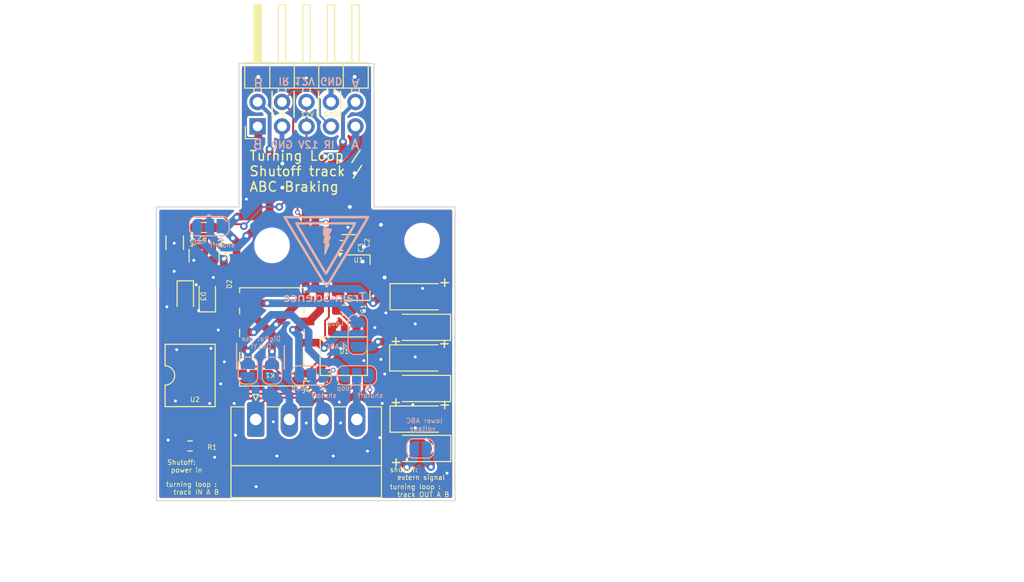
<source format=kicad_pcb>
(kicad_pcb (version 20240108) (generator "pcbnew") (generator_version "8.0")
  (layers (0 "F.Cu" signal) (31 "B.Cu" signal) (34 "B.Paste" user) (35 "F.Paste" user) (36 "B.SilkS" user "B.Silkscreen") (37 "F.SilkS" user "F.Silkscreen") (38 "B.Mask" user) (39 "F.Mask" user) (44 "Edge.Cuts" user))
  (net 0 "")
  (net 1 "VCC")
  (net 2 "GND")
  (net 3 "+12V")
  (net 4 "/DCC_A_OUT")
  (net 5 "/DCC_B_OUT")
  (net 6 "/DCC_B_IN")
  (net 7 "/DCC_A_IN")
  (net 8 "Net-(D2-A)")
  (net 9 "/pow_1")
  (net 10 "Net-(Q2-B)")
  (net 11 "Net-(D3-K)")
  (net 12 "/pow_2")
  (net 13 "/sensor")
  (net 14 "Net-(J4-Pin_4)")
  (net 15 "Net-(J4-Pin_3)")
  (net 16 "/extern_1")
  (net 17 "/extern_2")
  (net 18 "/DCC_B_RELAY")
  (net 19 "Net-(D4-K)")
  (net 20 "Net-(D5-K)")
  (net 21 "/ABC/NEG")
  (net 22 "Net-(D7-K)")
  (net 23 "Net-(D8-K)")
  (net 24 "Net-(JP6-C)")
  (net 25 "Net-(R1-Pad2)")
  (footprint "custom_kicad_lib_sk:S2MF_DIODE" (layer "F.Cu") (at 153.797 55.855 180)
    (property "Reference" "D7" (hide yes))
    (property "Value" "S2MF")
    (fp_text user "+" (at 1.8 -0.95 180) (layer "F.SilkS") (effects (justify left bottom)))
    (pad "1" smd roundrect (at -2.25 0 180) (size 1.6 1.8) (layers "F.Cu" "F.Paste" "F.Mask") (roundrect_rratio 0.1785714286) (net 22 "Net-(D7-K)"))
    (pad "2" smd roundrect (at 2.15 0 180) (size 1.6 1.8) (layers "F.Cu" "F.Paste" "F.Mask") (roundrect_rratio 0.1785714286) (net 20 "Net-(D5-K)"))
  )
  (footprint "Connector_PinHeader_2.54mm:PinHeader_2x05_P2.54mm_Horizontal" (layer "F.Cu") (at 136.925 28.65 90)
    (property "Reference" "J2" (hide yes))
    (property "Value" "Conn_02x05_Odd_Even")
    (pad "1" thru_hole rect (at 0 0 90) (size 1.7 1.7) (drill 1) (layers "*.Cu" "*.Mask") (net 6 "/DCC_B_IN"))
    (pad "2" thru_hole oval (at 2.54 0 90) (size 1.7 1.7) (drill 1) (layers "*.Cu" "*.Mask") (net 5 "/DCC_B_OUT"))
    (pad "3" thru_hole oval (at 0 2.54 90) (size 1.7 1.7) (drill 1) (layers "*.Cu" "*.Mask") (net 2 "GND"))
    (pad "4" thru_hole oval (at 2.54 2.54 90) (size 1.7 1.7) (drill 1) (layers "*.Cu" "*.Mask") (net 13 "/sensor"))
    (pad "5" thru_hole oval (at 0 5.08 90) (size 1.7 1.7) (drill 1) (layers "*.Cu" "*.Mask") (net 3 "+12V"))
    (pad "6" thru_hole oval (at 2.54 5.08 90) (size 1.7 1.7) (drill 1) (layers "*.Cu" "*.Mask") (net 3 "+12V"))
    (pad "7" thru_hole oval (at 0 7.62 90) (size 1.7 1.7) (drill 1) (layers "*.Cu" "*.Mask") (net 13 "/sensor"))
    (pad "8" thru_hole oval (at 2.54 7.62 90) (size 1.7 1.7) (drill 1) (layers "*.Cu" "*.Mask") (net 2 "GND"))
    (pad "9" thru_hole oval (at 0 10.16 90) (size 1.7 1.7) (drill 1) (layers "*.Cu" "*.Mask") (net 7 "/DCC_A_IN"))
    (pad "10" thru_hole oval (at 2.54 10.16 90) (size 1.7 1.7) (drill 1) (layers "*.Cu" "*.Mask") (net 4 "/DCC_A_OUT"))
  )
  (footprint "custom_kicad_lib_sk:S2MF_DIODE" (layer "F.Cu") (at 153.833 46.33)
    (property "Reference" "D6" (hide yes))
    (property "Value" "S2MF")
    (fp_text user "+" (at 1.8 -0.95 0) (layer "F.SilkS") (effects (justify left bottom)))
    (pad "1" smd roundrect (at -2.25 0) (size 1.6 1.8) (layers "F.Cu" "F.Paste" "F.Mask") (roundrect_rratio 0.1785714286) (net 7 "/DCC_A_IN"))
    (pad "2" smd roundrect (at 2.15 0) (size 1.6 1.8) (layers "F.Cu" "F.Paste" "F.Mask") (roundrect_rratio 0.1785714286) (net 21 "/ABC/NEG"))
  )
  (footprint "custom_kicad_lib_sk:MB10s" (layer "F.Cu") (at 145.923 52.5)
    (property "Reference" "D1" (at 0 -0.5 0) (layer "F.SilkS") (effects (font (size 0.5 0.5) (thickness 0.075))))
    (property "Value" "MB10S")
    (fp_text user "~" (at 0.3 3.2 0) (layer "F.SilkS") (effects (font (size 0.5 0.5) (thickness 0.075)) (justify left bottom)))
    (fp_text user "+" (at 0.2 -2.5 0) (layer "F.SilkS") (effects (font (size 0.5 0.5) (thickness 0.075)) (justify left bottom)))
    (fp_text user "-" (at -0.9 -2.5 0) (layer "F.SilkS") (effects (font (size 0.5 0.5) (thickness 0.075)) (justify left bottom)))
    (fp_text user "~" (at -0.8 3.2 0) (layer "F.SilkS") (effects (font (size 0.5 0.5) (thickness 0.075)) (justify left bottom)))
    (pad "1" smd roundrect (at 1.275 -2.7715 270) (size 1.343 0.85) (layers "F.Cu" "F.Paste" "F.Mask") (net 1 "VCC"))
    (pad "2" smd roundrect (at -1.27 -2.7715 270) (size 1.343 0.84) (layers "F.Cu" "F.Paste" "F.Mask") (net 2 "GND"))
    (pad "3" smd roundrect (at -1.27 2.8215 270) (size 1.443 0.84) (layers "F.Cu" "F.Paste" "F.Mask") (net 9 "/pow_1"))
    (pad "4" smd roundrect (at 1.27 2.8215 270) (size 1.443 0.84) (layers "F.Cu" "F.Paste" "F.Mask") (net 12 "/pow_2"))
  )
  (footprint "Resistor_SMD:R_0603_1608Metric" (layer "F.Cu") (at 129.921 61.824 180)
    (property "Reference" "R1" (at -2.286 -0.127 0) (layer "F.SilkS") (effects (font (size 0.5 0.5) (thickness 0.075))))
    (property "Value" "390R")
    (pad "1" smd roundrect (at -0.825 0 180) (size 0.8 0.95) (layers "F.Cu" "F.Paste" "F.Mask") (net 17 "/extern_2"))
    (pad "2" smd roundrect (at 0.825 0 180) (size 0.8 0.95) (layers "F.Cu" "F.Paste" "F.Mask") (net 25 "Net-(R1-Pad2)"))
  )
  (footprint "Diode_SMD:D_SOD-323" (layer "F.Cu") (at 131.707 46.29 90)
    (property "Reference" "D2" (at 1.27 2.286 90) (layer "F.SilkS") (effects (font (size 0.5 0.5) (thickness 0.075))))
    (property "Value" "1N4148WS")
    (pad "1" smd roundrect (at -1.05 0 90) (size 0.6 0.45) (layers "F.Cu" "F.Paste" "F.Mask") (net 3 "+12V"))
    (pad "2" smd roundrect (at 1.05 0 90) (size 0.6 0.45) (layers "F.Cu" "F.Paste" "F.Mask") (net 8 "Net-(D2-A)"))
  )
  (footprint "custom_kicad_lib_sk:S2MF_DIODE" (layer "F.Cu") (at 153.824 62.078 180)
    (property "Reference" "D9" (hide yes))
    (property "Value" "S2MF")
    (fp_text user "+" (at 1.8 -0.95 180) (layer "F.SilkS") (effects (justify left bottom)))
    (pad "1" smd roundrect (at -2.25 0 180) (size 1.6 1.8) (layers "F.Cu" "F.Paste" "F.Mask") (roundrect_rratio 0.1785714286) (net 21 "/ABC/NEG"))
    (pad "2" smd roundrect (at 2.15 0 180) (size 1.6 1.8) (layers "F.Cu" "F.Paste" "F.Mask") (roundrect_rratio 0.1785714286) (net 23 "Net-(D8-K)"))
  )
  (footprint "custom_kicad_lib_sk:R_0603_smalltext" (layer "F.Cu") (at 131.3475 39.1415 180)
    (property "Reference" "R2" (at 0.15 -1.125 180) (layer "F.SilkS") (effects (font (size 0.5 0.5) (thickness 0.075))))
    (property "Value" "4k7")
    (pad "1" smd roundrect (at -0.9125 0 180) (size 0.975 0.95) (layers "F.Cu" "F.Paste" "F.Mask") (net 10 "Net-(Q2-B)"))
    (pad "2" smd roundrect (at 0.9125 0 180) (size 0.975 0.95) (layers "F.Cu" "F.Paste" "F.Mask") (net 11 "Net-(D3-K)"))
  )
  (footprint "Capacitor_SMD:C_1206_3216Metric" (layer "F.Cu") (at 146.3865 38.966)
    (property "Reference" "C2" (at 1.905 1.778 90) (layer "F.SilkS") (effects (font (size 0.5 0.5) (thickness 0.075))))
    (property "Value" "22uF")
    (pad "1" smd roundrect (at -1.475 0) (size 1.15 1.8) (layers "F.Cu" "F.Paste" "F.Mask") (roundrect_rratio 0.217391) (net 3 "+12V"))
    (pad "2" smd roundrect (at 1.475 0) (size 1.15 1.8) (layers "F.Cu" "F.Paste" "F.Mask") (roundrect_rratio 0.217391) (net 2 "GND"))
  )
  (footprint "Capacitor_SMD:C_1206_3216Metric" (layer "F.Cu") (at 128.323 40.7145 -90)
    (property "Reference" "C4" (at 0 -1.85 -90) (layer "F.SilkS") (effects (font (size 0.5 0.5) (thickness 0.075))))
    (property "Value" "22uF")
    (pad "1" smd roundrect (at -1.475 0 270) (size 1.15 1.8) (layers "F.Cu" "F.Paste" "F.Mask") (roundrect_rratio 0.217391) (net 11 "Net-(D3-K)"))
    (pad "2" smd roundrect (at 1.475 0 270) (size 1.15 1.8) (layers "F.Cu" "F.Paste" "F.Mask") (roundrect_rratio 0.217391) (net 2 "GND"))
  )
  (footprint "Relay_SMD:Relay_DPDT_Omron_G6K-2F-Y" (layer "F.Cu") (at 138.421 50.5 180)
    (property "Reference" "K1" (at 0.198 -3.988 180) (layer "F.SilkS") (effects (font (size 0.5 0.5) (thickness 0.075))))
    (property "Value" "G6K-2F-Y-TR DC5")
    (pad "1" smd rect (at -3.5 -3.8 180) (size 1.8 0.8) (layers "F.Cu" "F.Paste" "F.Mask") (net 3 "+12V"))
    (pad "2" smd rect (at -3.5 -0.6 180) (size 1.8 0.8) (layers "F.Cu" "F.Paste" "F.Mask") (net 24 "Net-(JP6-C)"))
    (pad "3" smd rect (at -3.5 1.6 180) (size 1.8 0.8) (layers "F.Cu" "F.Paste" "F.Mask") (net 4 "/DCC_A_OUT"))
    (pad "4" smd rect (at -3.5 3.8 180) (size 1.8 0.8) (layers "F.Cu" "F.Paste" "F.Mask") (net 7 "/DCC_A_IN"))
    (pad "5" smd rect (at 3.5 3.8 180) (size 1.8 0.8) (layers "F.Cu" "F.Paste" "F.Mask") (net 6 "/DCC_B_IN"))
    (pad "6" smd rect (at 3.5 1.6 180) (size 1.8 0.8) (layers "F.Cu" "F.Paste" "F.Mask") (net 18 "/DCC_B_RELAY"))
    (pad "7" smd rect (at 3.5 -0.6 180) (size 1.8 0.8) (layers "F.Cu" "F.Paste" "F.Mask") (net 7 "/DCC_A_IN"))
    (pad "8" smd rect (at 3.5 -3.8 180) (size 1.8 0.8) (layers "F.Cu" "F.Paste" "F.Mask") (net 8 "Net-(D2-A)"))
  )
  (footprint "custom_kicad_lib_sk:S2MF_DIODE" (layer "F.Cu") (at 153.833 59.03)
    (property "Reference" "D8" (hide yes))
    (property "Value" "S2MF")
    (fp_text user "+" (at 1.8 -0.95 0) (layer "F.SilkS") (effects (justify left bottom)))
    (pad "1" smd roundrect (at -2.25 0) (size 1.6 1.8) (layers "F.Cu" "F.Paste" "F.Mask") (roundrect_rratio 0.1785714286) (net 23 "Net-(D8-K)"))
    (pad "2" smd roundrect (at 2.15 0) (size 1.6 1.8) (layers "F.Cu" "F.Paste" "F.Mask") (roundrect_rratio 0.1785714286) (net 22 "Net-(D7-K)"))
  )
  (footprint "custom_kicad_lib_sk:S2MF_DIODE" (layer "F.Cu") (at 153.797 49.505 180)
    (property "Reference" "D4" (hide yes))
    (property "Value" "S2MF")
    (fp_text user "+" (at 1.8 -0.95 180) (layer "F.SilkS") (effects (justify left bottom)))
    (pad "1" smd roundrect (at -2.25 0 180) (size 1.6 1.8) (layers "F.Cu" "F.Paste" "F.Mask") (roundrect_rratio 0.1785714286) (net 19 "Net-(D4-K)"))
    (pad "2" smd roundrect (at 2.15 0 180) (size 1.6 1.8) (layers "F.Cu" "F.Paste" "F.Mask") (roundrect_rratio 0.1785714286) (net 7 "/DCC_A_IN"))
  )
  (footprint "Package_TO_SOT_SMD:SOT-23" (layer "F.Cu") (at 131.371 42.0625 -90)
    (property "Reference" "Q2" (at 0 -2.4 -90) (layer "F.SilkS") (effects (font (size 0.5 0.5) (thickness 0.075))))
    (property "Value" "NPN_TOR")
    (pad "1" smd roundrect (at -0.9375 -0.95 270) (size 1.475 0.6) (layers "F.Cu" "F.Paste" "F.Mask") (net 10 "Net-(Q2-B)"))
    (pad "2" smd roundrect (at -0.9375 0.95 270) (size 1.475 0.6) (layers "F.Cu" "F.Paste" "F.Mask") (net 2 "GND"))
    (pad "3" smd roundrect (at 0.9375 0 270) (size 1.475 0.6) (layers "F.Cu" "F.Paste" "F.Mask") (net 8 "Net-(D2-A)"))
  )
  (footprint "Capacitor_SMD:C_0603_1608Metric" (layer "F.Cu") (at 145.6245 40.998 180)
    (property "Reference" "C3" (at -2.032 -0.254 90) (layer "F.SilkS") (effects (font (size 0.5 0.5) (thickness 0.075))))
    (property "Value" "100nF")
    (pad "1" smd roundrect (at -0.775 0 180) (size 0.9 0.95) (layers "F.Cu" "F.Paste" "F.Mask") (net 2 "GND"))
    (pad "2" smd roundrect (at 0.775 0 180) (size 0.9 0.95) (layers "F.Cu" "F.Paste" "F.Mask") (net 3 "+12V"))
  )
  (footprint "MountingHole:MountingHole_3.2mm_M3" (layer "F.Cu") (at 138.421 41)
    (property "Reference" "REF**" (hide yes))
    (property "Value" "MountingHole_3.2mm_M3")
    (pad "" np_thru_hole circle (at 0 0) (size 3.2 3.2) (drill 3.2) (layers "F&B.Cu" "*.Mask"))
  )
  (footprint "Diode_SMD:D_SOD-323" (layer "F.Cu") (at 129.421 46.29 -90)
    (property "Reference" "D3" (at 0 -1.85 -90) (layer "F.SilkS") (effects (font (size 0.5 0.5) (thickness 0.075))))
    (property "Value" "1N4148WS")
    (pad "1" smd roundrect (at -1.05 0 270) (size 0.6 0.45) (layers "F.Cu" "F.Paste" "F.Mask") (net 11 "Net-(D3-K)"))
    (pad "2" smd roundrect (at 1.05 0 270) (size 0.6 0.45) (layers "F.Cu" "F.Paste" "F.Mask") (net 13 "/sensor"))
  )
  (footprint "Connector_Phoenix_MC:PhoenixContact_MC_1,5_4-G-3.5_1x04_P3.50mm_Horizontal" (layer "F.Cu") (at 136.726 59.0675)
    (property "Reference" "J4" (at 5.25 -3 0) (layer "F.SilkS") (effects (font (size 0.5 0.5) (thickness 0.075))))
    (property "Value" "Screw_Terminal_01x04")
    (pad "1" thru_hole roundrect (at 0 0) (size 1.8 3.6) (drill 1.2) (layers "*.Cu" "*.Mask") (roundrect_rratio 0.138889) (net 9 "/pow_1"))
    (pad "2" thru_hole oval (at 3.5 0) (size 1.8 3.6) (drill 1.2) (layers "*.Cu" "*.Mask") (net 12 "/pow_2"))
    (pad "3" thru_hole oval (at 7 0) (size 1.8 3.6) (drill 1.2) (layers "*.Cu" "*.Mask") (net 15 "Net-(J4-Pin_3)"))
    (pad "4" thru_hole oval (at 10.5 0) (size 1.8 3.6) (drill 1.2) (layers "*.Cu" "*.Mask") (net 14 "Net-(J4-Pin_4)"))
  )
  (footprint "MountingHole:MountingHole_3.2mm_M3" (layer "F.Cu") (at 154 40.5)
    (property "Reference" "REF**" (hide yes))
    (property "Value" "MountingHole_3.2mm_M3")
    (pad "" np_thru_hole circle (at 0 0) (size 3.2 3.2) (drill 3.2) (layers "F&B.Cu" "*.Mask"))
  )
  (footprint "Package_DIP:SMDIP-4_W9.53mm" (layer "F.Cu") (at 129.921 54.5 90)
    (property "Reference" "U2" (at -2.5 0.5 0) (layer "F.SilkS") (effects (font (size 0.5 0.5) (thickness 0.075))))
    (property "Value" "EL814")
    (pad "1" smd rect (at -4.765 -1.27 90) (size 2 1.78) (layers "F.Cu" "F.Paste" "F.Mask") (net 16 "/extern_1"))
    (pad "2" smd rect (at -4.765 1.27 90) (size 2 1.78) (layers "F.Cu" "F.Paste" "F.Mask") (net 25 "Net-(R1-Pad2)"))
    (pad "3" smd rect (at 4.765 1.27 90) (size 2 1.78) (layers "F.Cu" "F.Paste" "F.Mask") (net 2 "GND"))
    (pad "4" smd rect (at 4.765 -1.27 90) (size 2 1.78) (layers "F.Cu" "F.Paste" "F.Mask") (net 8 "Net-(D2-A)"))
  )
  (footprint "custom_kicad_lib_sk:S2MF_DIODE" (layer "F.Cu") (at 153.797 52.68)
    (property "Reference" "D5" (hide yes))
    (property "Value" "S2MF")
    (fp_text user "+" (at 1.8 -0.95 0) (layer "F.SilkS") (effects (justify left bottom)))
    (pad "1" smd roundrect (at -2.25 0) (size 1.6 1.8) (layers "F.Cu" "F.Paste" "F.Mask") (roundrect_rratio 0.1785714286) (net 20 "Net-(D5-K)"))
    (pad "2" smd roundrect (at 2.15 0) (size 1.6 1.8) (layers "F.Cu" "F.Paste" "F.Mask") (roundrect_rratio 0.1785714286) (net 19 "Net-(D4-K)"))
  )
  (footprint "Package_TO_SOT_SMD:SOT-89-3" (layer "F.Cu") (at 147.238 44.346)
    (property "Reference" "U1" (at 0.1645 -1.824 0) (layer "F.SilkS") (effects (font (size 0.5 0.5) (thickness 0.075))))
    (property "Value" "L78L12_SOT89")
    (pad "1" smd roundrect (at -1.95 -1.5) (size 1.3 0.9) (layers "F.Cu" "F.Paste" "F.Mask") (net 3 "+12V"))
    (pad "2" smd custom (at -1.8625 0) (size 1.475 0.9) (layers "F.Cu" "F.Paste" "F.Mask") (net 2 "GND") (options (clearance outline) (anchor rect)) (primitives (gr_poly (pts (xy 3.8625 0.8665) (xy 0.7375 0.8665) (xy 0.7375 -0.8665) (xy 3.8625 -0.8665)) (width 0) (fill yes))))
    (pad "3" smd roundrect (at -1.95 1.5) (size 1.3 0.9) (layers "F.Cu" "F.Paste" "F.Mask") (net 1 "VCC"))
  )
  (footprint "Capacitor_SMD:C_0603_1608Metric" (layer "F.Cu") (at 145.8785 47.729 180)
    (property "Reference" "C1" (at -2.032 0.127 90) (layer "F.SilkS") (effects (font (size 0.5 0.5) (thickness 0.075))))
    (property "Value" "100nF")
    (pad "1" smd roundrect (at -0.775 0 180) (size 0.9 0.95) (layers "F.Cu" "F.Paste" "F.Mask") (net 2 "GND"))
    (pad "2" smd roundrect (at 0.775 0 180) (size 0.9 0.95) (layers "F.Cu" "F.Paste" "F.Mask") (net 1 "VCC"))
  )
  (footprint "Jumper:SolderJumper-2_P1.3mm_Open_RoundedPad1.0x1.5mm" (layer "B.Cu") (at 135.921 54 90)
    (property "Reference" "JP3" (hide yes))
    (property "Value" "SolderJumper_2_Open")
    (pad "1" smd custom (at -0.65 0 90) (size 1 0.5) (layers "B.Cu" "B.Mask") (net 9 "/pow_1") (options (clearance outline) (anchor rect)) (primitives (gr_circle (center 0 -0.25) (end 0.5 -0.25) (width 0) (fill yes)) (gr_circle (center 0 0.25) (end 0.5 0.25) (width 0) (fill yes)) (gr_poly (pts (xy 0.5 -0.75) (xy 0 -0.75) (xy 0 0.75) (xy 0.5 0.75)) (width 0) (fill yes))))
    (pad "2" smd custom (at 0.65 0 90) (size 1 0.5) (layers "B.Cu" "B.Mask") (net 7 "/DCC_A_IN") (options (clearance outline) (anchor rect)) (primitives (gr_circle (center 0 -0.25) (end 0.5 -0.25) (width 0) (fill yes)) (gr_circle (center 0 0.25) (end 0.5 0.25) (width 0) (fill yes)) (gr_poly (pts (xy 0 -0.75) (xy -0.5 -0.75) (xy -0.5 0.75) (xy 0 0.75)) (width 0) (fill yes))))
  )
  (footprint "Jumper:SolderJumper-2_P1.3mm_Open_RoundedPad1.0x1.5mm" (layer "B.Cu") (at 153.833 62.078 180)
    (property "Reference" "JP7" (hide yes))
    (property "Value" "SolderJumper_2_Open")
    (pad "1" smd custom (at -0.65 0 180) (size 1 0.5) (layers "B.Cu" "B.Mask") (net 21 "/ABC/NEG") (options (clearance outline) (anchor rect)) (primitives (gr_circle (center 0 -0.25) (end 0.5 -0.25) (width 0) (fill yes)) (gr_circle (center 0 0.25) (end 0.5 0.25) (width 0) (fill yes)) (gr_poly (pts (xy 0.5 -0.75) (xy 0 -0.75) (xy 0 0.75) (xy 0.5 0.75)) (width 0) (fill yes))))
    (pad "2" smd custom (at 0.65 0 180) (size 1 0.5) (layers "B.Cu" "B.Mask") (net 23 "Net-(D8-K)") (options (clearance outline) (anchor rect)) (primitives (gr_circle (center 0 -0.25) (end 0.5 -0.25) (width 0) (fill yes)) (gr_circle (center 0 0.25) (end 0.5 0.25) (width 0) (fill yes)) (gr_poly (pts (xy 0 -0.75) (xy -0.5 -0.75) (xy -0.5 0.75) (xy 0 0.75)) (width 0) (fill yes))))
  )
  (footprint "Jumper:SolderJumper-3_P1.3mm_Open_RoundedPad1.0x1.5mm" (layer "B.Cu") (at 147.221 54.5 180)
    (property "Reference" "JP5" (hide yes))
    (property "Value" "SolderJumper_3_Open")
    (pad "1" smd custom (at -1.3 0 180) (size 1 0.5) (layers "B.Cu" "B.Mask") (net 17 "/extern_2") (options (clearance outline) (anchor rect)) (primitives (gr_circle (center 0 -0.25) (end 0.5 -0.25) (width 0) (fill yes)) (gr_circle (center 0 0.25) (end 0.5 0.25) (width 0) (fill yes)) (gr_poly (pts (xy 0.55 -0.75) (xy 0 -0.75) (xy 0 0.75) (xy 0.55 0.75)) (width 0) (fill yes))))
    (pad "2" smd rect (at 0 0 180) (size 1 1.5) (layers "B.Cu" "B.Mask") (net 14 "Net-(J4-Pin_4)"))
    (pad "3" smd custom (at 1.3 0 180) (size 1 0.5) (layers "B.Cu" "B.Mask") (net 18 "/DCC_B_RELAY") (options (clearance outline) (anchor rect)) (primitives (gr_circle (center 0 -0.25) (end 0.5 -0.25) (width 0) (fill yes)) (gr_circle (center 0 0.25) (end 0.5 0.25) (width 0) (fill yes)) (gr_poly (pts (xy 0 -0.75) (xy -0.55 -0.75) (xy -0.55 0.75) (xy 0 0.75)) (width 0) (fill yes))))
  )
  (footprint "Jumper:SolderJumper-3_P1.3mm_Open_RoundedPad1.0x1.5mm" (layer "B.Cu") (at 147.32 50.267 90)
    (property "Reference" "JP6" (hide yes))
    (property "Value" "SolderJumper_3_Open")
    (pad "1" smd custom (at -1.3 0 90) (size 1 0.5) (layers "B.Cu" "B.Mask") (net 21 "/ABC/NEG") (options (clearance outline) (anchor rect)) (primitives (gr_circle (center 0 -0.25) (end 0.5 -0.25) (width 0) (fill yes)) (gr_circle (center 0 0.25) (end 0.5 0.25) (width 0) (fill yes)) (gr_poly (pts (xy 0.55 -0.75) (xy 0 -0.75) (xy 0 0.75) (xy 0.55 0.75)) (width 0) (fill yes))))
    (pad "2" smd rect (at 0 0 90) (size 1 1.5) (layers "B.Cu" "B.Mask") (net 24 "Net-(JP6-C)"))
    (pad "3" smd custom (at 1.3 0 90) (size 1 0.5) (layers "B.Cu" "B.Mask") (net 6 "/DCC_B_IN") (options (clearance outline) (anchor rect)) (primitives (gr_circle (center 0 -0.25) (end 0.5 -0.25) (width 0) (fill yes)) (gr_circle (center 0 0.25) (end 0.5 0.25) (width 0) (fill yes)) (gr_poly (pts (xy 0 -0.75) (xy -0.55 -0.75) (xy -0.55 0.75) (xy 0 0.75)) (width 0) (fill yes))))
  )
  (footprint "Jumper:SolderJumper-3_P1.3mm_Open_RoundedPad1.0x1.5mm" (layer "B.Cu") (at 142.522 54.5 180)
    (property "Reference" "JP4" (hide yes))
    (property "Value" "SolderJumper_3_Open")
    (pad "1" smd custom (at -1.3 0 180) (size 1 0.5) (layers "B.Cu" "B.Mask") (net 16 "/extern_1") (options (clearance outline) (anchor rect)) (primitives (gr_circle (center 0 -0.25) (end 0.5 -0.25) (width 0) (fill yes)) (gr_circle (center 0 0.25) (end 0.5 0.25) (width 0) (fill yes)) (gr_poly (pts (xy 0.55 -0.75) (xy 0 -0.75) (xy 0 0.75) (xy 0.55 0.75)) (width 0) (fill yes))))
    (pad "2" smd rect (at 0 0 180) (size 1 1.5) (layers "B.Cu" "B.Mask") (net 15 "Net-(J4-Pin_3)"))
    (pad "3" smd custom (at 1.3 0 180) (size 1 0.5) (layers "B.Cu" "B.Mask") (net 4 "/DCC_A_OUT") (options (clearance outline) (anchor rect)) (primitives (gr_circle (center 0 -0.25) (end 0.5 -0.25) (width 0) (fill yes)) (gr_circle (center 0 0.25) (end 0.5 0.25) (width 0) (fill yes)) (gr_poly (pts (xy 0 -0.75) (xy -0.55 -0.75) (xy -0.55 0.75) (xy 0 0.75)) (width 0) (fill yes))))
  )
  (footprint "Jumper:SolderJumper-3_P1.3mm_Open_RoundedPad1.0x1.5mm" (layer "B.Cu") (at 131.921 39 180)
    (property "Reference" "JP1" (hide yes))
    (property "Value" "SolderJumper_3_Open")
    (pad "1" smd custom (at -1.3 0 180) (size 1 0.5) (layers "B.Cu" "B.Mask") (net 6 "/DCC_B_IN") (options (clearance outline) (anchor rect)) (primitives (gr_circle (center 0 -0.25) (end 0.5 -0.25) (width 0) (fill yes)) (gr_circle (center 0 0.25) (end 0.5 0.25) (width 0) (fill yes)) (gr_poly (pts (xy 0.55 -0.75) (xy 0 -0.75) (xy 0 0.75) (xy 0.55 0.75)) (width 0) (fill yes))))
    (pad "2" smd rect (at 0 0 180) (size 1 1.5) (layers "B.Cu" "B.Mask") (net 5 "/DCC_B_OUT"))
    (pad "3" smd custom (at 1.3 0 180) (size 1 0.5) (layers "B.Cu" "B.Mask") (net 18 "/DCC_B_RELAY") (options (clearance outline) (anchor rect)) (primitives (gr_circle (center 0 -0.25) (end 0.5 -0.25) (width 0) (fill yes)) (gr_circle (center 0 0.25) (end 0.5 0.25) (width 0) (fill yes)) (gr_poly (pts (xy 0 -0.75) (xy -0.55 -0.75) (xy -0.55 0.75) (xy 0 0.75)) (width 0) (fill yes))))
  )
  (footprint "custom_kicad_lib_sk:Train-Science logo small" (layer "B.Cu") (at 144 42.5 180)
    (property "Reference" "G***" (hide yes))
    (property "Value" "LOGO" (hide yes))
  )
  (footprint "Jumper:SolderJumper-2_P1.3mm_Open_RoundedPad1.0x1.5mm" (layer "B.Cu") (at 138.421 54 90)
    (property "Reference" "JP2" (hide yes))
    (property "Value" "SolderJumper_2_Open")
    (pad "1" smd custom (at -0.65 0 90) (size 1 0.5) (layers "B.Cu" "B.Mask") (net 12 "/pow_2") (options (clearance outline) (anchor rect)) (primitives (gr_circle (center 0 -0.25) (end 0.5 -0.25) (width 0) (fill yes)) (gr_circle (center 0 0.25) (end 0.5 0.25) (width 0) (fill yes)) (gr_poly (pts (xy 0.5 -0.75) (xy 0 -0.75) (xy 0 0.75) (xy 0.5 0.75)) (width 0) (fill yes))))
    (pad "2" smd custom (at 0.65 0 90) (size 1 0.5) (layers "B.Cu" "B.Mask") (net 6 "/DCC_B_IN") (options (clearance outline) (anchor rect)) (primitives (gr_circle (center 0 -0.25) (end 0.5 -0.25) (width 0) (fill yes)) (gr_circle (center 0 0.25) (end 0.5 0.25) (width 0) (fill yes)) (gr_poly (pts (xy 0 -0.75) (xy -0.5 -0.75) (xy -0.5 0.75) (xy 0 0.75)) (width 0) (fill yes))))
  )
  (gr_line (start 134.747 53.823) (end 134.747 51.156) (stroke (width 0.15)) (layer "B.SilkS"))
  (gr_line (start 139.7 53.823) (end 139.7 51.41) (stroke (width 0.15)) (layer "B.SilkS"))
  (gr_line (start 143.256 25.019) (end 143.256 27.686) (stroke (width 0.15)) (layer "F.SilkS"))
  (gr_line (start 145.542 25.019) (end 145.542 27.686) (stroke (width 0.15)) (layer "F.SilkS"))
  (gr_line (start 140.716 25.019) (end 140.716 27.686) (stroke (width 0.15)) (layer "F.SilkS"))
  (gr_line (start 138.43 25.019) (end 138.43 27.686) (stroke (width 0.15)) (layer "F.SilkS"))
  (gr_line (start 149 22.11) (end 149 37) (stroke (width 0.1)) (layer "Edge.Cuts"))
  (gr_line (start 149 37) (end 157.421 37) (stroke (width 0.1)) (layer "Edge.Cuts"))
  (gr_line (start 135 37) (end 130.921 37) (stroke (width 0.1)) (layer "Edge.Cuts"))
  (gr_line (start 126.421 67.5) (end 126.421 37) (stroke (width 0.1)) (layer "Edge.Cuts"))
  (gr_line (start 135 37) (end 135 22.11) (stroke (width 0.1)) (layer "Edge.Cuts"))
  (gr_line (start 157.421 37) (end 157.421 67.5) (stroke (width 0.1)) (layer "Edge.Cuts"))
  (gr_line (start 135 22.11) (end 149 22.11) (stroke (width 0.1)) (layer "Edge.Cuts"))
  (gr_line (start 130.921 37) (end 126.421 37) (stroke (width 0.1)) (layer "Edge.Cuts"))
  (gr_line (start 157.421 67.5) (end 126.421 67.5) (stroke (width 0.1)) (layer "Edge.Cuts"))
  (gr_text "lower ABC \nvoltage" (at 154.051 60.3 0) (layer "B.SilkS") (effects (font (size 0.5 0.5) (thickness 0.075)) (justify bottom mirror)))
  (gr_text "shutoff" (at 145.161 56.871 0) (layer "B.SilkS") (effects (font (size 0.5 0.5) (thickness 0.075)) (justify left bottom mirror)))
  (gr_text "Digital use\nONLY!" (at 137.287 51.791 0) (layer "B.SilkS") (effects (font (size 0.5 0.5) (thickness 0.075)) (justify bottom mirror)))
  (gr_text "shutoff" (at 149.987 56.871 0) (layer "B.SilkS") (effects (font (size 0.5 0.5) (thickness 0.075)) (justify left bottom mirror)))
  (gr_text "Loop" (at 145.923 49.378 0) (layer "B.SilkS") (effects (font (size 0.5 0.5) (thickness 0.075)) (justify left bottom mirror)))
  (gr_text "ABC" (at 145.415 51.791 0) (layer "B.SilkS") (effects (font (size 0.5 0.5) (thickness 0.075)) (justify left bottom mirror)))
  (gr_text "shutoff" (at 134.62 41.25 0) (layer "B.SilkS") (effects (font (size 0.5 0.5) (thickness 0.075)) (justify left bottom mirror)))
  (gr_text "A" (at 146.558 23.622 180) (layer "B.SilkS") (effects (font (size 1 1)) (justify left bottom mirror)))
  (gr_text "B" (at 137.541 31.115 0) (layer "B.SilkS") (effects (font (size 1 1)) (justify left bottom mirror)))
  (gr_text "loop" (at 146.812 56.109 0) (layer "B.SilkS") (effects (font (size 0.5 0.5) (thickness 0.075)) (justify left bottom mirror)))
  (gr_text "IR 12V GND" (at 139 23.5 180) (layer "B.SilkS") (effects (font (size 0.75 0.75)) (justify left bottom mirror)))
  (gr_text "IR 12V GND" (at 145 31 0) (layer "B.SilkS") (effects (font (size 0.75 0.75)) (justify left bottom mirror)))
  (gr_text "loop" (at 131.572 40.869 0) (layer "B.SilkS") (effects (font (size 0.5 0.5) (thickness 0.075)) (justify left bottom mirror)))
  (gr_text "loop" (at 142.113 56.109 0) (layer "B.SilkS") (effects (font (size 0.5 0.5) (thickness 0.075)) (justify left bottom mirror)))
  (gr_text "B" (at 136.398 23.495 180) (layer "B.SilkS") (effects (font (size 1 1)) (justify left bottom mirror)))
  (gr_text "A" (at 147.574 31.115 0) (layer "B.SilkS") (effects (font (size 1 1)) (justify left bottom mirror)))
  (gr_text "12V" (at 141.351 27.686 0) (layer "F.SilkS") (effects (font (size 0.5 0.5) (thickness 0.075)) (justify left bottom)))
  (gr_text "Turning Loop /\nShutoff track /\nABC Braking" (at 136 35.5 0) (layer "F.SilkS") (effects (font (size 1 1)) (justify left bottom)))
  (gr_text "GND" (at 143.764 27.686 0) (layer "F.SilkS") (effects (font (size 0.5 0.5) (thickness 0.075)) (justify left bottom)))
  (gr_text "turning loop : \n  track OUT A B\n" (at 150.622 67.158 0) (layer "F.SilkS") (effects (font (size 0.5 0.5) (thickness 0.075)) (justify left bottom)))
  (gr_text "shutoff: \n  extern signal" (at 150.622 65.38 0) (layer "F.SilkS") (effects (font (size 0.5 0.5) (thickness 0.075)) (justify left bottom)))
  (gr_text "IR" (at 139.065 27.686 0) (layer "F.SilkS") (effects (font (size 0.5 0.5) (thickness 0.075)) (justify left bottom)))
  (gr_text "Shutoff:\n power in" (at 127.508 64.618 0) (layer "F.SilkS") (effects (font (size 0.5 0.5) (thickness 0.075)) (justify left bottom)))
  (gr_text "turning loop : \n  track IN A B\n" (at 127.381 66.904 0) (layer "F.SilkS") (effects (font (size 0.5 0.5) (thickness 0.075)) (justify left bottom)))
  (segment (start 145.1035 47.729) (end 145.1035 47.092) (width 0.2) (layer "F.Cu") (net 1))
  (segment (start 145.1035 47.092) (end 145.1035 47.634) (width 0.2) (layer "F.Cu") (net 1))
  (segment (start 145.1035 46.0305) (end 145.288 45.846) (width 0.2) (layer "F.Cu") (net 1))
  (segment (start 145.1035 47.092) (end 145.1035 46.0305) (width 0.2) (layer "F.Cu") (net 1))
  (segment (start 145.1035 47.634) (end 147.198 49.7285) (width 0.2) (layer "F.Cu") (net 1))
  (segment (start 131.318 50.927) (end 131.318 49.862) (width 0.25) (layer "F.Cu") (net 2))
  (segment (start 131.318 49.862) (end 131.191 49.735) (width 0.25) (layer "F.Cu") (net 2))
  (segment (start 132.08 51.689) (end 131.318 50.927) (width 0.25) (layer "F.Cu") (net 2))
  (via (at 135.763 36.195) (size 0.5) (drill 0.3) (layers "F.Cu" "B.Cu") (net 2))
  (via (at 149.733 38.862) (size 0.8) (drill 0.4) (layers "F.Cu" "B.Cu") (net 2))
  (via (at 128.397 57.15) (size 0.5) (drill 0.3) (layers "F.Cu" "B.Cu") (net 2))
  (via (at 132.08 51.689) (size 0.5) (drill 0.3) (layers "F.Cu" "B.Cu") (net 2))
  (via (at 150.114 44.323) (size 0.8) (drill 0.4) (layers "F.Cu" "B.Cu") (net 2))
  (via (at 146.304 39.116) (size 0.5) (drill 0.3) (layers "F.Cu" "B.Cu") (net 2))
  (via (at 150.241 48.006) (size 0.5) (drill 0.3) (layers "F.Cu" "B.Cu") (net 2))
  (via (at 139.5 35) (size 0.8) (drill 0.4) (layers "F.Cu" "B.Cu") (net 2))
  (via (at 145.542 59.436) (size 0.5) (drill 0.3) (layers "F.Cu" "B.Cu") (net 2))
  (via (at 148.336 62.357) (size 0.5) (drill 0.3) (layers "F.Cu" "B.Cu") (net 2))
  (via (at 131.953 57.404) (size 0.5) (drill 0.3) (layers "F.Cu" "B.Cu") (net 2))
  (via (at 147.955 52.959) (size 0.5) (drill 0.3) (layers "F.Cu" "B.Cu") (net 2))
  (via (at 136.779 66.04) (size 0.5) (drill 0.3) (layers "F.Cu" "B.Cu") (net 2))
  (via (at 147 33.5) (size 0.8) (drill 0.4) (layers "F.Cu" "B.Cu") (net 2))
  (via (at 141.986 23.622) (size 0.5) (drill 0.3) (layers "F.Cu" "B.Cu") (net 2))
  (via (at 149.733 52.832) (size 0.5) (drill 0.3) (layers "F.Cu" "B.Cu") (net 2))
  (via (at 149.86 57.404) (size 0.5) (drill 0.3) (layers "F.Cu" "B.Cu") (net 2))
  (via (at 149.606 60.96) (size 0.5) (drill 0.3) (layers "F.Cu" "B.Cu") (net 2))
  (via (at 132.461 62.992) (size 0.5) (drill 0.3) (layers "F.Cu" "B.Cu") (net 2))
  (via (at 145.415 57.277) (size 0.5) (drill 0.3) (layers "F.Cu" "B.Cu") (net 2))
  (via (at 134.62 60.706) (size 0.5) (drill 0.3) (layers "F.Cu" "B.Cu") (net 2))
  (via (at 150.114 54.356) (size 0.5) (drill 0.3) (layers "F.Cu" "B.Cu") (net 2))
  (via (at 137.795 55.753) (size 0.5) (drill 0.3) (layers "F.Cu" "B.Cu") (net 2))
  (via (at 147.955 41.148) (size 0.8) (drill 0.4) (layers "F.Cu" "B.Cu") (net 2))
  (via (at 154.051 45.466) (size 0.5) (drill 0.3) (layers "F.Cu" "B.Cu") (net 2))
  (via (at 147.828 42.672) (size 0.8) (drill 0.4) (layers "F.Cu" "B.Cu") (net 2))
  (via (at 141.224 55.753) (size 0.5) (drill 0.3) (layers "F.Cu" "B.Cu") (net 2))
  (via (at 144.78 62.865) (size 0.5) (drill 0.3) (layers "F.Cu" "B.Cu") (net 2))
  (via (at 130.81 47.752) (size 0.5) (drill 0.3) (layers "F.Cu" "B.Cu") (net 2))
  (via (at 153.035 57.531) (size 0.5) (drill 0.3) (layers "F.Cu" "B.Cu") (net 2))
  (via (at 134.493 57.404) (size 0.5) (drill 0.3) (layers "F.Cu" "B.Cu") (net 2))
  (via (at 147 23.5) (size 0.8) (drill 0.4) (layers "F.Cu" "B.Cu") (net 2))
  (via (at 141.986 59.436) (size 0.5) (drill 0.3) (layers "F.Cu" "B.Cu") (net 2))
  (via (at 137 23.5) (size 0.8) (drill 0.4) (layers "F.Cu" "B.Cu") (net 2))
  (via (at 127.635 61.214) (size 0.5) (drill 0.3) (layers "F.Cu" "B.Cu") (net 2))
  (via (at 130.556 45.085) (size 0.5) (drill 0.3) (layers "F.Cu" "B.Cu") (net 2))
  (via (at 156.591 64.643) (size 0.5) (drill 0.3) (layers "F.Cu" "B.Cu") (net 2))
  (via (at 145.542 51.689) (size 0.5) (drill 0.3) (layers "F.Cu" "B.Cu") (net 2))
  (via (at 153.289 59.944) (size 0.5) (drill 0.3) (layers "F.Cu" "B.Cu") (net 2))
  (via (at 153.289 49.149) (size 0.5) (drill 0.3) (layers "F.Cu" "B.Cu") (net 2))
  (via (at 133.096 55.372) (size 0.5) (drill 0.3) (layers "F.Cu" "B.Cu") (net 2))
  (via (at 128.27 43.688) (size 0.5) (drill 0.3) (layers "F.Cu" "B.Cu") (net 2))
  (via (at 147.955 47.752) (size 0.5) (drill 0.3) (layers "F.Cu" "B.Cu") (net 2))
  (via (at 149.098 49.53) (size 0.5) (drill 0.3) (layers "F.Cu" "B.Cu") (net 2))
  (via (at 128.27 40.767) (size 0.5) (drill 0.3) (layers "F.Cu" "B.Cu") (net 2))
  (via (at 132.334 44.323) (size 0.5) (drill 0.3) (layers "F.Cu" "B.Cu") (net 2))
  (via (at 133.477 53.086) (size 0.5) (drill 0.3) (layers "F.Cu" "B.Cu") (net 2))
  (via (at 138.938 62.865) (size 0.5) (drill 0.3) (layers "F.Cu" "B.Cu") (net 2))
  (via (at 130.302 42.545) (size 0.5) (drill 0.3) (layers "F.Cu" "B.Cu") (net 2))
  (via (at 127.508 47.371) (size 0.5) (drill 0.3) (layers "F.Cu" "B.Cu") (net 2))
  (via (at 128.524 51.816) (size 0.5) (drill 0.3) (layers "F.Cu" "B.Cu") (net 2))
  (via (at 139.5 32.5) (size 0.8) (drill 0.4) (layers "F.Cu" "B.Cu") (net 2))
  (via (at 138.557 59.309) (size 0.5) (drill 0.3) (layers "F.Cu" "B.Cu") (net 2))
  (via (at 153.289 52.578) (size 0.5) (drill 0.3) (layers "F.Cu" "B.Cu") (net 2))
  (via (at 146.5 37) (size 0.8) (drill 0.4) (layers "F.Cu" "B.Cu") (net 2))
  (via (at 132.842 49.784) (size 0.5) (drill 0.3) (layers "F.Cu" "B.Cu") (net 2))
  (segment (start 133.721 51.781) (end 135.509 53.569) (width 0.2) (layer "F.Cu") (net 3))
  (segment (start 143.933 48.828) (end 144.333 48.428) (width 0.2) (layer "F.Cu") (net 3))
  (segment (start 144.526 52.426) (end 144.526 51.105) (width 0.2) (layer "F.Cu") (net 3))
  (segment (start 144.333 43.769664) (end 145.256664 42.846) (width 0.2) (layer "F.Cu") (net 3))
  (segment (start 145.034 39.0885) (end 144.9115 38.966) (width 0.2) (layer "F.Cu") (net 3))
  (segment (start 131.707 47.639999) (end 133.721 49.653999) (width 0.2) (layer "F.Cu") (net 3))
  (segment (start 144.018 38.583) (end 144.5285 38.583) (width 0.2) (layer "F.Cu") (net 3))
  (segment (start 141.071 37.567) (end 141.071 30.929) (width 0.2) (layer "F.Cu") (net 3))
  (segment (start 144.526 51.105) (end 143.933 50.512) (width 0.2) (layer "F.Cu") (net 3))
  (segment (start 144.5285 38.583) (end 144.9115 38.966) (width 0.2) (layer "F.Cu") (net 3))
  (segment (start 141.071 30.929) (end 142.005 29.995) (width 0.2) (layer "F.Cu") (net 3))
  (segment (start 135.509 53.569) (end 138.557 53.569) (width 0.2) (layer "F.Cu") (net 3))
  (segment (start 144.145 52.807) (end 144.526 52.426) (width 0.2) (layer "F.Cu") (net 3))
  (segment (start 139.288 54.3) (end 138.557 53.569) (width 0.2) (layer "F.Cu") (net 3))
  (segment (start 143.933 50.512) (end 143.933 48.828) (width 0.2) (layer "F.Cu") (net 3))
  (segment (start 141.921 54.3) (end 139.288 54.3) (width 0.2) (layer "F.Cu") (net 3))
  (segment (start 145.256664 42.846) (end 145.288 42.846) (width 0.2) (layer "F.Cu") (net 3))
  (segment (start 142.005 29.995) (end 142.005 26.11) (width 0.2) (layer "F.Cu") (net 3))
  (segment (start 133.721 49.653999) (end 133.721 51.781) (width 0.2) (layer "F.Cu") (net 3))
  (segment (start 131.707 47.34) (end 131.707 47.639999) (width 0.2) (layer "F.Cu") (net 3))
  (segment (start 144.333 48.428) (end 144.333 43.769664) (width 0.2) (layer "F.Cu") (net 3))
  (segment (start 145.034 42.846) (end 145.034 39.0885) (width 0.2) (layer "F.Cu") (net 3))
  (segment (start 143.414 52.807) (end 144.145 52.807) (width 0.2) (layer "F.Cu") (net 3))
  (segment (start 141.921 54.3) (end 143.414 52.807) (width 0.2) (layer "F.Cu") (net 3))
  (via (at 141.071 37.567) (size 0.5) (drill 0.3) (layers "F.Cu" "B.Cu") (net 3))
  (via (at 144.018 38.583) (size 0.5) (drill 0.3) (layers "F.Cu" "B.Cu") (net 3))
  (segment (start 141.071 37.567) (end 142.087 38.583) (width 0.2) (layer "B.Cu") (net 3))
  (segment (start 142.087 38.583) (end 144.018 38.583) (width 0.2) (layer "B.Cu") (net 3))
  (segment (start 147.085 26.11) (end 145.796 27.399) (width 0.4) (layer "F.Cu") (net 4))
  (segment (start 143.421 47.735) (end 143.421 45.86) (width 0.8) (layer "F.Cu") (net 4))
  (segment (start 141.921 48.9) (end 142.256 48.9) (width 0.8) (layer "F.Cu") (net 4))
  (segment (start 141.062 49.759) (end 141.921 48.9) (width 0.8) (layer "F.Cu") (net 4))
  (segment (start 142.921 34.194214) (end 145.796 31.319214) (width 0.8) (layer "F.Cu") (net 4))
  (segment (start 145.796 27.399) (end 145.796 30.226) (width 0.4) (layer "F.Cu") (net 4))
  (segment (start 143.421 45.86) (end 142.921 45.36) (width 0.8) (layer "F.Cu") (net 4))
  (segment (start 142.921 45.36) (end 142.921 34.194214) (width 0.8) (layer "F.Cu") (net 4))
  (segment (start 140.589 49.759) (end 141.062 49.759) (width 0.8) (layer "F.Cu") (net 4))
  (segment (start 142.256 48.9) (end 143.421 47.735) (width 0.8) (layer "F.Cu") (net 4))
  (segment (start 145.796 31.319214) (end 145.796 30.226) (width 0.8) (layer "F.Cu") (net 4))
  (via (at 145.796 30.226) (size 0.8) (drill 0.4) (layers "F.Cu" "B.Cu") (net 4))
  (via (at 140.589 49.759) (size 0.8) (drill 0.4) (layers "F.Cu" "B.Cu") (net 4))
  (segment (start 145.923 27.338) (end 145.89 27.305) (width 0.4) (layer "B.Cu") (net 4))
  (segment (start 145.796 27.559) (end 145.796 27.338) (width 0.4) (layer "B.Cu") (net 4))
  (segment (start 145.796 30.226) (end 145.796 27.686) (width 0.4) (layer "B.Cu") (net 4))
  (segment (start 141.222 50.392) (end 141.222 54.5) (width 0.8) (layer "B.Cu") (net 4))
  (segment (start 147.085 26.11) (end 145.89 27.305) (width 0.4) (layer "B.Cu") (net 4))
  (segment (start 145.796 27.432) (end 145.923 27.305) (width 0.4) (layer "B.Cu") (net 4))
  (segment (start 140.589 49.759) (end 141.222 50.392) (width 0.8) (layer "B.Cu") (net 4))
  (segment (start 138.176 37.738214) (end 138.176 30.988) (width 0.8) (layer "F.Cu") (net 5))
  (segment (start 135.763 40) (end 135.914214 40) (width 0.8) (layer "F.Cu") (net 5))
  (segment (start 138.176 27.361) (end 138.176 30.988) (width 0.4) (layer "F.Cu") (net 5))
  (segment (start 136.925 26.11) (end 138.176 27.361) (width 0.4) (layer "F.Cu") (net 5))
  (segment (start 135.914214 40) (end 138.176 37.738214) (width 0.8) (layer "F.Cu") (net 5))
  (via (at 138.176 30.988) (size 0.8) (drill 0.4) (layers "F.Cu" "B.Cu") (net 5))
  (via (at 135.763 40) (size 0.8) (drill 0.4) (layers "F.Cu" "B.Cu") (net 5))
  (segment (start 131.921 38.5) (end 131.891 38.47) (width 0.8) (layer "B.Cu") (net 5))
  (segment (start 134.780213 41.234001) (end 133.299401 41.234001) (width 0.8) (layer "B.Cu") (net 5))
  (segment (start 133.299401 41.234001) (end 131.921 39.8556) (width 0.8) (layer "B.Cu") (net 5))
  (segment (start 135.763 40) (end 135.763 40.251214) (width 0.8) (layer "B.Cu") (net 5))
  (segment (start 131.921 39.8556) (end 131.921 39) (width 0.8) (layer "B.Cu") (net 5))
  (segment (start 131.921 39) (end 131.921 38.5) (width 0.8) (layer "B.Cu") (net 5))
  (segment (start 135.763 40.251214) (end 134.780213 41.234001) (width 0.8) (layer "B.Cu") (net 5))
  (segment (start 138.176 30.988) (end 138.176 27.361) (width 0.4) (layer "B.Cu") (net 5))
  (segment (start 138.176 27.361) (end 136.925 26.11) (width 0.4) (layer "B.Cu") (net 5))
  (segment (start 137 28.725) (end 136.925 28.65) (width 0.8) (layer "F.Cu") (net 6))
  (segment (start 135.221 47) (end 134.921 46.7) (width 0.8) (layer "F.Cu") (net 6))
  (segment (start 138.421 50.2) (end 138.421 52) (width 0.8) (layer "F.Cu") (net 6))
  (segment (start 136.571 48.35) (end 138.421 50.2) (width 0.8) (layer "F.Cu") (net 6))
  (segment (start 134.921 46.7) (end 136.071 47.85) (width 0.8) (layer "F.Cu") (net 6))
  (segment (start 134.747 46.526) (end 134.921 46.7) (width 0.8) (layer "F.Cu") (net 6))
  (segment (start 136.071 47.85) (end 136.571 48.35) (width 0.8) (layer "F.Cu") (net 6))
  (segment (start 137 37.5) (end 137 28.725) (width 0.8) (layer "F.Cu") (net 6))
  (segment (start 134.847 38) (end 136.5 38) (width 0.8) (layer "F.Cu") (net 6))
  (segment (start 136.321 47.6) (end 136.421 47.5) (width 0.8) (layer "F.Cu") (net 6))
  (segment (start 137.921 47) (end 136.921 47) (width 0.8) (layer "F.Cu") (net 6))
  (segment (start 134.366 40.234) (end 134.747 40.615) (width 0.8) (layer "F.Cu") (net 6))
  (segment (start 134.747 38.1) (end 134.847 38) (width 0.8) (layer "F.Cu") (net 6))
  (segment (start 136.071 47.85) (end 136.421 47.5) (width 0.8) (layer "F.Cu") (net 6))
  (segment (start 134.747 40.615) (end 134.747 46.526) (width 0.8) (layer "F.Cu") (net 6))
  (segment (start 136.321 48.1) (end 136.321 47.6) (width 0.8) (layer "F.Cu") (net 6))
  (segment (start 136.5 38) (end 137 37.5) (width 0.8) (layer "F.Cu") (net 6))
  (segment (start 136.921 47) (end 135.221 47) (width 0.8) (layer "F.Cu") (net 6))
  (segment (start 136.421 47.5) (end 136.921 47) (width 0.8) (layer "F.Cu") (net 6))
  (segment (start 136.571 48.35) (end 136.321 48.1) (width 0.8) (layer "F.Cu") (net 6))
  (via (at 134.747 38.1) (size 0.8) (drill 0.4) (layers "F.Cu" "B.Cu") (net 6))
  (via (at 138.421 52) (size 0.8) (drill 0.4) (layers "F.Cu" "B.Cu") (net 6))
  (via (at 137.921 47) (size 0.8) (drill 0.4) (layers "F.Cu" "B.Cu") (net 6))
  (via (at 134.366 40.234) (size 0.8) (drill 0.4) (layers "F.Cu" "B.Cu") (net 6))
  (segment (start 138.421 53.35) (end 138.421 52) (width 0.8) (layer "B.Cu") (net 6))
  (segment (start 133.221 39) (end 133.847 39) (width 0.8) (layer "B.Cu") (net 6))
  (segment (start 133.221 39.089) (end 134.366 40.234) (width 0.8) (layer "B.Cu") (net 6))
  (segment (start 147.32 48.967) (end 145.353 47) (width 0.8) (layer "B.Cu") (net 6))
  (segment (start 133.847 39) (end 134.747 38.1) (width 0.8) (layer "B.Cu") (net 6))
  (segment (start 133.221 39) (end 133.221 39.089) (width 0.8) (layer "B.Cu") (net 6))
  (segment (start 145.353 47) (end 137.921 47) (width 0.8) (layer "B.Cu") (net 6))
  (segment (start 141.921 46.7) (end 141.921 33.78) (width 0.8) (layer "F.Cu") (net 7))
  (segment (start 135.921 52) (end 135.821 52) (width 0.8) (layer "F.Cu") (net 7))
  (segment (start 141.921 33.78) (end 143.951 31.75) (width 0.8) (layer "F.Cu") (net 7))
  (segment (start 141.362 46.7) (end 141.921 46.7) (width 0.8) (layer "F.Cu") (net 7))
  (segment (start 135.821 52) (end 134.921 51.1) (width 0.8) (layer "F.Cu") (net 7))
  (segment (start 151.583 46.33) (end 151.583 49.441) (width 0.8) (layer "F.Cu") (net 7))
  (segment (start 138.848607 49.213393) (end 141.362 46.7) (width 0.8) (layer "F.Cu") (net 7))
  (segment (start 149.421 46.5) (end 151.413 46.5) (width 0.8) (layer "F.Cu") (net 7))
  (segment (start 151.413 46.5) (end 151.583 46.33) (width 0.8) (layer "F.Cu") (net 7))
  (segment (start 151.583 49.441) (end 151.647 49.505) (width 0.8) (layer "F.Cu") (net 7))
  (segment (start 148.921 47) (end 149.421 46.5) (width 0.8) (layer "F.Cu") (net 7))
  (via (at 141.921 45.5) (size 0.8) (drill 0.4) (layers "F.Cu" "B.Cu") (net 7))
  (via (at 148.921 47) (size 0.8) (drill 0.4) (layers "F.Cu" "B.Cu") (net 7))
  (via (at 138.848607 49.213393) (size 0.8) (drill 0.4) (layers "F.Cu" "B.Cu") (net 7))
  (via (at 143.951 31.75) (size 0.8) (drill 0.4) (layers "F.Cu" "B.Cu") (net 7))
  (via (at 135.921 52) (size 0.8) (drill 0.4) (layers "F.Cu" "B.Cu") (net 7))
  (segment (start 147.085 30.351214) (end 147.085 28.65) (width 0.8) (layer "B.Cu") (net 7))
  (segment (start 143.951 31.75) (end 145.686214 31.75) (width 0.8) (layer "B.Cu") (net 7))
  (segment (start 135.921 53.35) (end 135.921 52) (width 0.8) (layer "B.Cu") (net 7))
  (segment (start 145.686214 31.75) (end 147.085 30.351214) (width 0.8) (layer "B.Cu") (net 7))
  (segment (start 147.421 45.5) (end 148.921 47) (width 0.8) (layer "B.Cu") (net 7))
  (segment (start 136.062 52) (end 138.848607 49.213393) (width 0.8) (layer "B.Cu") (net 7))
  (segment (start 135.921 52) (end 136.062 52) (width 0.8) (layer "B.Cu") (net 7))
  (segment (start 141.921 45.5) (end 147.421 45.5) (width 0.8) (layer "B.Cu") (net 7))
  (segment (start 133.216 54.3) (end 134.921 54.3) (width 0.2) (layer "F.Cu") (net 8))
  (segment (start 129.946 47.001) (end 131.707 45.24) (width 0.2) (layer "F.Cu") (net 8))
  (segment (start 131.371 44.904) (end 131.707 45.24) (width 0.2) (layer "F.Cu") (net 8))
  (segment (start 131.371 43) (end 131.371 44.904) (width 0.2) (layer "F.Cu") (net 8))
  (segment (start 128.651 49.735) (end 129.946 48.44) (width 0.2) (layer "F.Cu") (net 8))
  (segment (start 129.946 48.44) (end 129.946 47.001) (width 0.2) (layer "F.Cu") (net 8))
  (segment (start 128.651 49.735) (end 133.216 54.3) (width 0.2) (layer "F.Cu") (net 8))
  (segment (start 141.921408 56.806407) (end 137.986593 56.806407) (width 0.2) (layer "F.Cu") (net 9))
  (segment (start 136.726 58.067) (end 136.726 59.0675) (width 0.2) (layer "F.Cu") (net 9))
  (segment (start 137.986593 56.806407) (end 136.726 58.067) (width 0.2) (layer "F.Cu") (net 9))
  (segment (start 144.0435 55.3215) (end 143.51 55.855) (width 0.2) (layer "F.Cu") (net 9))
  (segment (start 143.51 55.855) (end 142.872815 55.855) (width 0.2) (layer "F.Cu") (net 9))
  (segment (start 144.651 55.3215) (end 144.0435 55.3215) (width 0.2) (layer "F.Cu") (net 9))
  (segment (start 142.872815 55.855) (end 141.921408 56.806407) (width 0.2) (layer "F.Cu") (net 9))
  (segment (start 136.726 55.455) (end 135.921 54.65) (width 0.8) (layer "B.Cu") (net 9))
  (segment (start 136.726 59.0675) (end 136.726 55.455) (width 0.8) (layer "B.Cu") (net 9))
  (segment (start 132.26 39.1415) (end 132.26 41.064) (width 0.2) (layer "F.Cu") (net 10))
  (segment (start 132.26 41.064) (end 132.321 41.125) (width 0.2) (layer "F.Cu") (net 10))
  (segment (start 128.421 39.1415) (end 128.323 39.2395) (width 0.2) (layer "F.Cu") (net 11))
  (segment (start 129.421 45.24) (end 129.523 45.138) (width 0.2) (layer "F.Cu") (net 11))
  (segment (start 130.435 39.1415) (end 128.421 39.1415) (width 0.2) (layer "F.Cu") (net 11))
  (segment (start 129.523 45.138) (end 129.523 40.4395) (width 0.2) (layer "F.Cu") (net 11))
  (segment (start 129.523 40.4395) (end 128.323 39.2395) (width 0.2) (layer "F.Cu") (net 11))
  (segment (start 140.226 59.0675) (end 142.9505 56.343) (width 0.2) (layer "F.Cu") (net 12))
  (segment (start 142.9505 56.343) (end 146.1695 56.343) (width 0.2) (layer "F.Cu") (net 12))
  (segment (start 146.1695 56.343) (end 147.191 55.3215) (width 0.2) (layer "F.Cu") (net 12))
  (segment (start 140.226 56.455) (end 138.421 54.65) (width 0.8) (layer "B.Cu") (net 12))
  (segment (start 140.226 59.0675) (end 140.226 56.455) (width 0.8) (layer "B.Cu") (net 12))
  (segment (start 127.123 38.679756) (end 127.802756 38) (width 0.2) (layer "F.Cu") (net 13))
  (segment (start 139.176 37) (end 140.615 35.561) (width 0.2) (layer "F.Cu") (net 13))
  (segment (start 129.421 47.34) (end 127.123 45.042) (width 0.2) (layer "F.Cu") (net 13))
  (segment (start 133.421 38) (end 134.221 38.8) (width 0.2) (layer "F.Cu") (net 13))
  (segment (start 127.123 45.042) (end 127.123 38.679756) (width 0.2) (layer "F.Cu") (net 13))
  (segment (start 140.615 35.561) (end 140.615 27.26) (width 0.2) (layer "F.Cu") (net 13))
  (segment (start 140.615 27.26) (end 139.465 26.11) (width 0.2) (layer "F.Cu") (net 13))
  (segment (start 127.802756 38) (end 133.421 38) (width 0.2) (layer "F.Cu") (net 13))
  (segment (start 135.3 38.8) (end 135.5 39) (width 0.2) (layer "F.Cu") (net 13))
  (segment (start 134.221 38.8) (end 135.3 38.8) (width 0.2) (layer "F.Cu") (net 13))
  (via (at 139.176 37) (size 0.8) (drill 0.4) (layers "F.Cu" "B.Cu") (net 13))
  (via (at 135.5 39) (size 0.8) (drill 0.4) (layers "F.Cu" "B.Cu") (net 13))
  (segment (start 143.395 27.5) (end 144.545 28.65) (width 0.2) (layer "B.Cu") (net 13))
  (segment (start 135.5 39) (end 137.5 37) (width 0.2) (layer "B.Cu") (net 13))
  (segment (start 143.395 25.873654) (end 143.395 27.5) (width 0.2) (layer "B.Cu") (net 13))
  (segment (start 139.465 26.11) (end 140.615 24.96) (width 0.2) (layer "B.Cu") (net 13))
  (segment (start 142.481346 24.96) (end 143.395 25.873654) (width 0.2) (layer "B.Cu") (net 13))
  (segment (start 140.615 24.96) (end 142.481346 24.96) (width 0.2) (layer "B.Cu") (net 13))
  (segment (start 137.5 37) (end 139.176 37) (width 0.2) (layer "B.Cu") (net 13))
  (segment (start 147.226 59.0675) (end 147.226 54.505) (width 0.8) (layer "B.Cu") (net 14))
  (segment (start 147.226 54.505) (end 147.221 54.5) (width 0.8) (layer "B.Cu") (net 14))
  (segment (start 143.421 58.7625) (end 143.421 56.2546) (width 0.8) (layer "B.Cu") (net 15))
  (segment (start 142.522 55.3556) (end 142.522 54.5) (width 0.8) (layer "B.Cu") (net 15))
  (segment (start 143.421 56.2546) (end 142.522 55.3556) (width 0.8) (layer "B.Cu") (net 15))
  (segment (start 143.726 59.0675) (end 143.421 58.7625) (width 0.8) (layer "B.Cu") (net 15))
  (segment (start 141.755722 56.406407) (end 131.509593 56.406407) (width 0.2) (layer "F.Cu") (net 16))
  (segment (start 144.78 53.95) (end 144.212129 53.95) (width 0.2) (layer "F.Cu") (net 16))
  (segment (start 131.509593 56.406407) (end 128.651 59.265) (width 0.2) (layer "F.Cu") (net 16))
  (segment (start 144.212129 53.95) (end 141.755722 56.406407) (width 0.2) (layer "F.Cu") (net 16))
  (via (at 144.78 53.95) (size 0.5) (drill 0.3) (layers "F.Cu" "B.Cu") (net 16))
  (segment (start 144.23 54.5) (end 144.78 53.95) (width 0.2) (layer "B.Cu") (net 16))
  (segment (start 143.822 54.5) (end 144.23 54.5) (width 0.2) (layer "B.Cu") (net 16))
  (segment (start 148.59 60.300556) (end 148.59 55.982) (width 0.2) (layer "F.Cu") (net 17))
  (segment (start 147.066556 61.824) (end 148.59 60.300556) (width 0.2) (layer "F.Cu") (net 17))
  (segment (start 130.746 61.824) (end 147.066556 61.824) (width 0.2) (layer "F.Cu") (net 17))
  (via (at 148.59 55.982) (size 0.5) (drill 0.3) (layers "F.Cu" "B.Cu") (net 17))
  (segment (start 148.59 54.569) (end 148.521 54.5) (width 0.2) (layer "B.Cu") (net 17))
  (segment (start 148.59 55.982) (end 148.59 54.569) (width 0.2) (layer "B.Cu") (net 17))
  (segment (start 136.034 50.013) (end 134.921 48.9) (width 0.8) (layer "F.Cu") (net 18))
  (segment (start 136.525 50.013) (end 136.034 50.013) (width 0.8) (layer "F.Cu") (net 18))
  (segment (start 133.421 48.306) (end 134.015 48.9) (width 0.8) (layer "F.Cu") (net 18))
  (segment (start 134.015 48.9) (end 134.921 48.9) (width 0.8) (layer "F.Cu") (net 18))
  (segment (start 133.421 42.393) (end 133.421 48.306) (width 0.8) (layer "F.Cu") (net 18))
  (via (at 133.421 42.393) (size 0.8) (drill 0.4) (layers "F.Cu" "B.Cu") (net 18))
  (via (at 136.525 50.013) (size 0.8) (drill 0.4) (layers "F.Cu" "B.Cu") (net 18))
  (segment (start 133.421 42.393) (end 132.98 42.393) (width 0.8) (layer "B.Cu") (net 18))
  (segment (start 132.98 42.393) (end 130.621 40.034) (width 0.8) (layer "B.Cu") (net 18))
  (segment (start 138.324607 48.213393) (end 136.525 50.013) (width 0.8) (layer "B.Cu") (net 18))
  (segment (start 145.921 54.5) (end 145.921 53.888918) (width 0.8) (layer "B.Cu") (net 18))
  (segment (start 145.921 53.888918) (end 145.132082 53.1) (width 0.8) (layer "B.Cu") (net 18))
  (segment (start 142.222001 51.801001) (end 142.222001 49.977787) (width 0.8) (layer "B.Cu") (net 18))
  (segment (start 142.222001 49.977787) (end 140.457607 48.213393) (width 0.8) (layer "B.Cu") (net 18))
  (segment (start 143.521 53.1) (end 142.222001 51.801001) (width 0.8) (layer "B.Cu") (net 18))
  (segment (start 145.132082 53.1) (end 143.521 53.1) (width 0.8) (layer "B.Cu") (net 18))
  (segment (start 140.457607 48.213393) (end 138.324607 48.213393) (width 0.8) (layer "B.Cu") (net 18))
  (segment (start 130.621 40.034) (end 130.621 39) (width 0.8) (layer "B.Cu") (net 18))
  (segment (start 155.947 52.68) (end 155.947 49.605) (width 0.8) (layer "F.Cu") (net 19))
  (segment (start 155.947 49.605) (end 156.047 49.505) (width 0.8) (layer "F.Cu") (net 19))
  (segment (start 151.547 52.68) (end 151.547 55.755) (width 0.8) (layer "F.Cu") (net 20))
  (segment (start 151.547 55.755) (end 151.647 55.855) (width 0.8) (layer "F.Cu") (net 20))
  (segment (start 154.547 60.551) (end 154.547 51.5) (width 0.8) (layer "F.Cu") (net 21))
  (segment (start 153.921 51.005) (end 154.042 51.005) (width 0.8) (layer "F.Cu") (net 21))
  (segment (start 154.542 51.005) (end 154.547 51) (width 0.8) (layer "F.Cu") (net 21))
  (segment (start 154.547 47.766) (end 155.983 46.33) (width 0.8) (layer "F.Cu") (net 21))
  (segment (start 153.921 51.005) (end 154.542 51.005) (width 0.8) (layer "F.Cu") (net 21))
  (segment (start 149.421 51) (end 149.426 51.005) (width 0.8) (layer "F.Cu") (net 21))
  (segment (start 154.921 63.231) (end 154.921 64) (width 0.8) (layer "F.Cu") (net 21))
  (segment (start 156.074 62.078) (end 154.547 60.551) (width 0.8) (layer "F.Cu") (net 21))
  (segment (start 154.547 51.5) (end 154.547 51) (width 0.8) (layer "F.Cu") (net 21))
  (segment (start 154.052 51.005) (end 154.547 51.5) (width 0.8) (layer "F.Cu") (net 21))
  (segment (start 154.547 51) (end 154.547 50.5) (width 0.8) (layer "F.Cu") (net 21))
  (segment (start 154.042 51.005) (end 154.547 50.5) (width 0.8) (layer "F.Cu") (net 21))
  (segment (start 149.426 51.005) (end 153.921 51.005) (width 0.8) (layer "F.Cu") (net 21))
  (segment (start 154.042 51.005) (end 154.052 51.005) (width 0.8) (layer "F.Cu") (net 21))
  (segment (start 154.547 50.5) (end 154.547 47.766) (width 0.8) (layer "F.Cu") (net 21))
  (segment (start 156.074 62.078) (end 154.921 63.231) (width 0.8) (layer "F.Cu") (net 21))
  (via (at 149.421 51) (size 0.8) (drill 0.4) (layers "F.Cu" "B.Cu") (net 21))
  (via (at 154.921 64) (size 0.8) (drill 0.4) (layers "F.Cu" "B.Cu") (net 21))
  (segment (start 148.854 51.567) (end 149.421 51) (width 0.8) (layer "B.Cu") (net 21))
  (segment (start 154.483 62.078) (end 154.483 63.562) (width 0.8) (layer "B.Cu") (net 21))
  (segment (start 154.483 63.562) (end 154.921 64) (width 0.8) (layer "B.Cu") (net 21))
  (segment (start 147.32 51.567) (end 148.854 51.567) (width 0.8) (layer "B.Cu") (net 21))
  (segment (start 155.983 59.03) (end 155.983 55.919) (width 0.8) (layer "F.Cu") (net 22))
  (segment (start 155.983 55.919) (end 156.047 55.855) (width 0.8) (layer "F.Cu") (net 22))
  (segment (start 151.583 59.03) (end 151.583 61.987) (width 0.8) (layer "F.Cu") (net 23))
  (segment (start 151.674 62.078) (end 151.674 63.253) (width 0.8) (layer "F.Cu") (net 23))
  (segment (start 151.583 61.987) (end 151.674 62.078) (width 0.8) (layer "F.Cu") (net 23))
  (segment (start 151.674 63.253) (end 152.421 64) (width 0.8) (layer "F.Cu") (net 23))
  (via (at 152.421 64) (size 0.8) (drill 0.4) (layers "F.Cu" "B.Cu") (net 23))
  (segment (start 153.183 62.078) (end 153.183 63.238) (width 0.8) (layer "B.Cu") (net 23))
  (segment (start 153.183 63.238) (end 152.421 64) (width 0.8) (layer "B.Cu") (net 23))
  (segment (start 143.262 51.1) (end 143.826 51.664) (width 0.8) (layer "F.Cu") (net 24))
  (segment (start 141.921 51.1) (end 143.262 51.1) (width 0.8) (layer "F.Cu") (net 24))
  (via (at 143.826 51.664) (size 0.8) (drill 0.4) (layers "F.Cu" "B.Cu") (net 24))
  (segment (start 145.223 50.267) (end 147.32 50.267) (width 0.8) (layer "B.Cu") (net 24))
  (segment (start 143.826 51.664) (end 145.223 50.267) (width 0.8) (layer "B.Cu") (net 24))
  (segment (start 129.096 61.36) (end 131.191 59.265) (width 0.2) (layer "F.Cu") (net 25))
  (segment (start 129.096 61.824) (end 129.096 61.36) (width 0.2) (layer "F.Cu") (net 25))
  (zone (net 2) (net_name "GND") (layers "F&B.Cu") (connect_pads (clearance 0.25)) (min_thickness 0.25) (fill yes (thermal_gap 0.5) (thermal_bridge_width 0.5))
    (polygon (pts (xy 125.5 68.5) (xy 158.5 68.5) (xy 158.5 21) (xy 125.5 21)))
  )
)
</source>
